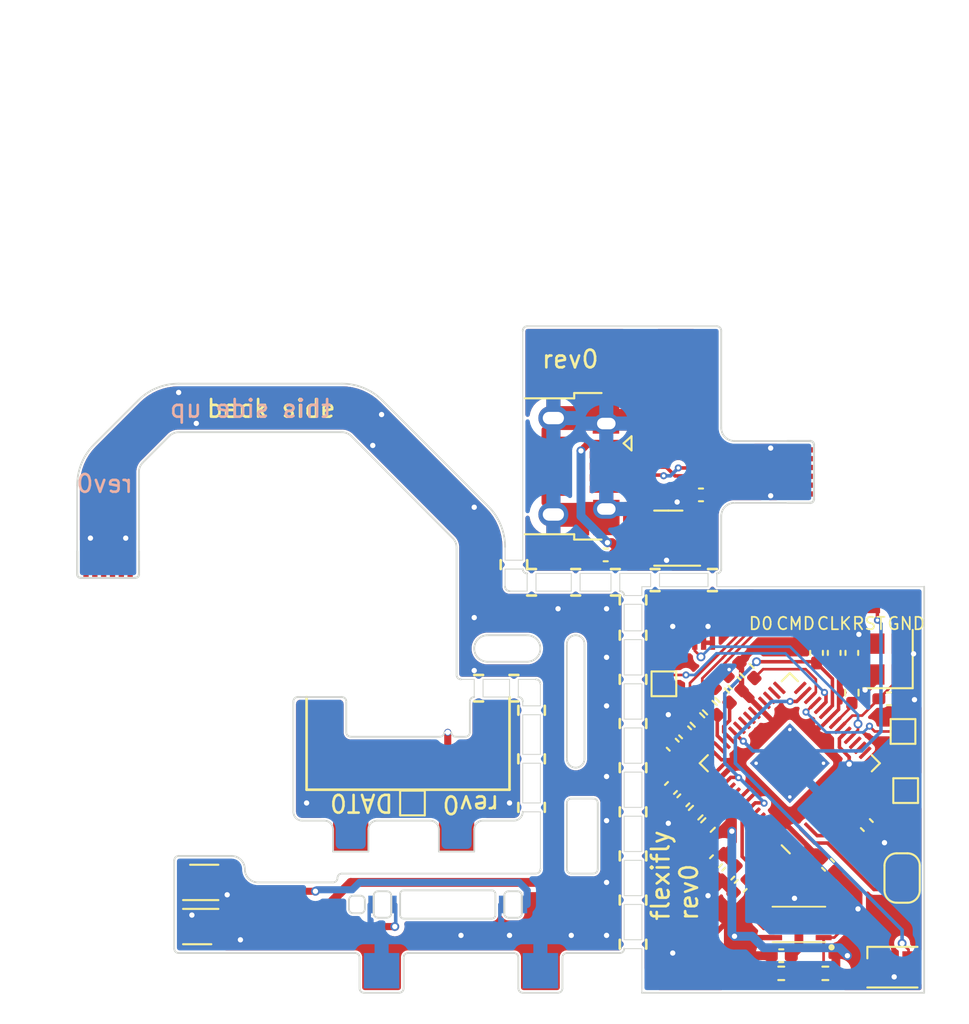
<source format=kicad_pcb>
(kicad_pcb (version 20221018) (generator pcbnew)

  (general
    (thickness 0.115)
  )

  (paper "A4")
  (layers
    (0 "F.Cu" signal)
    (31 "B.Cu" signal)
    (32 "B.Adhes" user "B.Adhesive")
    (33 "F.Adhes" user "F.Adhesive")
    (34 "B.Paste" user)
    (35 "F.Paste" user)
    (36 "B.SilkS" user "B.Silkscreen")
    (37 "F.SilkS" user "F.Silkscreen")
    (38 "B.Mask" user)
    (39 "F.Mask" user)
    (40 "Dwgs.User" user "User.Drawings")
    (41 "Cmts.User" user "User.Comments")
    (42 "Eco1.User" user "User.Eco1")
    (43 "Eco2.User" user "User.Eco2")
    (44 "Edge.Cuts" user)
    (45 "Margin" user)
    (46 "B.CrtYd" user "B.Courtyard")
    (47 "F.CrtYd" user "F.Courtyard")
    (48 "B.Fab" user)
    (49 "F.Fab" user)
    (50 "User.1" user)
    (51 "User.2" user)
    (52 "User.3" user)
    (53 "User.4" user)
    (54 "User.5" user)
    (55 "User.6" user)
    (56 "User.7" user)
    (57 "User.8" user)
    (58 "User.9" user)
  )

  (setup
    (stackup
      (layer "F.SilkS" (type "Top Silk Screen"))
      (layer "F.Paste" (type "Top Solder Paste"))
      (layer "F.Mask" (type "Top Solder Mask") (thickness 0.01))
      (layer "F.Cu" (type "copper") (thickness 0.035))
      (layer "dielectric 1" (type "core") (color "Polyimide") (thickness 0.025) (material "Polyimide") (epsilon_r 3.2) (loss_tangent 0.004))
      (layer "B.Cu" (type "copper") (thickness 0.035))
      (layer "B.Mask" (type "Bottom Solder Mask") (thickness 0.01))
      (layer "B.Paste" (type "Bottom Solder Paste"))
      (layer "B.SilkS" (type "Bottom Silk Screen"))
      (copper_finish "None")
      (dielectric_constraints no)
    )
    (pad_to_mask_clearance 0)
    (pcbplotparams
      (layerselection 0x00010fc_ffffffff)
      (plot_on_all_layers_selection 0x0000000_00000000)
      (disableapertmacros false)
      (usegerberextensions false)
      (usegerberattributes true)
      (usegerberadvancedattributes true)
      (creategerberjobfile true)
      (dashed_line_dash_ratio 12.000000)
      (dashed_line_gap_ratio 3.000000)
      (svgprecision 4)
      (plotframeref false)
      (viasonmask false)
      (mode 1)
      (useauxorigin false)
      (hpglpennumber 1)
      (hpglpenspeed 20)
      (hpglpendiameter 15.000000)
      (dxfpolygonmode true)
      (dxfimperialunits true)
      (dxfusepcbnewfont true)
      (psnegative false)
      (psa4output false)
      (plotreference true)
      (plotvalue true)
      (plotinvisibletext false)
      (sketchpadsonfab false)
      (subtractmaskfromsilk false)
      (outputformat 1)
      (mirror false)
      (drillshape 1)
      (scaleselection 1)
      (outputdirectory "")
    )
  )

  (net 0 "")
  (net 1 "+3V3")
  (net 2 "GND")
  (net 3 "/XIN")
  (net 4 "Net-(C3-Pad2)")
  (net 5 "+1V1")
  (net 6 "GND1")
  (net 7 "VBUS")
  (net 8 "unconnected-(D1-DOUT-Pad2)")
  (net 9 "/STATUS_LED")
  (net 10 "Net-(J6-Pin_3)")
  (net 11 "GND2")
  (net 12 "/QSPI_~{CS}")
  (net 13 "/~{USB_BOOT}")
  (net 14 "/XOUT")
  (net 15 "/USB_DP")
  (net 16 "/DP")
  (net 17 "/NX_CLK")
  (net 18 "Net-(U1-GPIO27_ADC1)")
  (net 19 "/NX_CMD")
  (net 20 "Net-(U1-GPIO28_ADC2)")
  (net 21 "/NX_D0")
  (net 22 "Net-(U1-GPIO29_ADC3)")
  (net 23 "/RP2040_~{USB_BOOT}")
  (net 24 "/TRAINING_RESET_A")
  (net 25 "/TRAINING_RESET_B")
  (net 26 "unconnected-(U1-GPIO2-Pad4)")
  (net 27 "unconnected-(U1-GPIO3-Pad5)")
  (net 28 "unconnected-(U1-GPIO4-Pad6)")
  (net 29 "unconnected-(U1-GPIO5-Pad7)")
  (net 30 "unconnected-(U1-GPIO6-Pad8)")
  (net 31 "unconnected-(U1-GPIO7-Pad9)")
  (net 32 "unconnected-(U1-GPIO8-Pad11)")
  (net 33 "unconnected-(U1-GPIO9-Pad12)")
  (net 34 "unconnected-(U1-GPIO10-Pad13)")
  (net 35 "unconnected-(U1-GPIO11-Pad14)")
  (net 36 "unconnected-(U1-GPIO12-Pad15)")
  (net 37 "unconnected-(U1-GPIO13-Pad16)")
  (net 38 "unconnected-(U1-GPIO14-Pad17)")
  (net 39 "/NX_CPU")
  (net 40 "/SWCLK")
  (net 41 "/SWD")
  (net 42 "/RUN")
  (net 43 "unconnected-(U1-GPIO17-Pad28)")
  (net 44 "unconnected-(U1-GPIO18-Pad29)")
  (net 45 "unconnected-(U1-GPIO19-Pad30)")
  (net 46 "unconnected-(U1-GPIO20-Pad31)")
  (net 47 "unconnected-(U1-GPIO21-Pad32)")
  (net 48 "unconnected-(U1-GPIO22-Pad34)")
  (net 49 "unconnected-(U1-GPIO23-Pad35)")
  (net 50 "unconnected-(U1-GPIO24-Pad36)")
  (net 51 "unconnected-(U1-GPIO25-Pad37)")
  (net 52 "/NX_RST")
  (net 53 "/QSPI_SD3")
  (net 54 "/QSPI_CLK")
  (net 55 "/QSPI_SD0")
  (net 56 "/QSPI_SD2")
  (net 57 "/QSPI_SD1")
  (net 58 "/D+")
  (net 59 "/D-")
  (net 60 "Net-(C16-Pad1)")
  (net 61 "Net-(C15-Pad1)")
  (net 62 "/DAT0")
  (net 63 "GND3")
  (net 64 "unconnected-(J3-ID-Pad4)")
  (net 65 "/USB_DN")
  (net 66 "/DN")

  (footprint "Resistor_SMD:R_0402_1005Metric_Pad0.72x0.64mm_HandSolder" (layer "F.Cu") (at 132 68 45))

  (footprint "TestPoint:TestPoint_Pad_1.0x1.0mm" (layer "F.Cu") (at 129.5 60))

  (footprint "Capacitor_SMD:C_0402_1005Metric_Pad0.74x0.62mm_HandSolder" (layer "F.Cu") (at 139.15 58.25 -90))

  (footprint "Jumper:SolderJumper-2_P1.3mm_Open_RoundedPad1.0x1.5mm" (layer "F.Cu") (at 143 71 -90))

  (footprint "TestPoint:TestPoint_Pad_1.0x1.0mm" (layer "F.Cu") (at 115.25 66.75 180))

  (footprint "TestPoint:TestPoint_Pad_1.0x1.0mm" (layer "F.Cu") (at 139.25 55.5))

  (footprint "Capacitor_SMD:C_0402_1005Metric_Pad0.74x0.62mm_HandSolder" (layer "F.Cu") (at 130.6 66.6 45))

  (footprint "Resistor_SMD:R_0402_1005Metric_Pad0.72x0.64mm_HandSolder" (layer "F.Cu") (at 140.15 60.5 -90))

  (footprint "Capacitor_SMD:C_0402_1005Metric_Pad0.74x0.62mm_HandSolder" (layer "F.Cu") (at 136.15 75.4))

  (footprint "Package_DFN_QFN:QFN-56-1EP_7x7mm_P0.4mm_EP3.2x3.2mm_ThermalVias" (layer "F.Cu") (at 136.634996 64.5 135))

  (footprint "flexifly:HCTL_HC-FPC-05-09-6RLTAG_1x06-1MP_P0.50mm_Horizontal" (layer "F.Cu") (at 131 77.2))

  (footprint "Capacitor_SMD:C_0402_1005Metric_Pad0.74x0.62mm_HandSolder" (layer "F.Cu") (at 142.25 60.85 180))

  (footprint "Resistor_SMD:R_0402_1005Metric_Pad0.72x0.64mm_HandSolder" (layer "F.Cu") (at 131.4 62.05 -45))

  (footprint "flexifly:SW_SPST_XKB_1187A-B-A-B" (layer "F.Cu") (at 130.05 43.5 90))

  (footprint "flexifly:HCTL_HC-FPC-05-09-6RLTAG_1x06-1MP_P0.50mm_Horizontal" (layer "F.Cu") (at 131 54.775 180))

  (footprint "TestPoint:TestPoint_Pad_1.0x1.0mm" (layer "F.Cu") (at 135.25 55.5))

  (footprint "Resistor_SMD:R_0402_1005Metric_Pad0.72x0.64mm_HandSolder" (layer "F.Cu") (at 134.2 59.25 -45))

  (footprint "Capacitor_SMD:C_0402_1005Metric_Pad0.74x0.62mm_HandSolder" (layer "F.Cu") (at 133.15 70.75 45))

  (footprint "Capacitor_SMD:C_0402_1005Metric_Pad0.74x0.62mm_HandSolder" (layer "F.Cu") (at 138.15 58.25 -90))

  (footprint "Capacitor_SMD:C_0402_1005Metric_Pad0.74x0.62mm_HandSolder" (layer "F.Cu") (at 132.45 70.05 45))

  (footprint "Crystal:Crystal_SMD_2520-4Pin_2.5x2.0mm" (layer "F.Cu") (at 142.2 58.6 90))

  (footprint "Capacitor_SMD:C_0402_1005Metric_Pad0.74x0.62mm_HandSolder" (layer "F.Cu") (at 130.7 62.75 -45))

  (footprint "TestPoint:TestPoint_Pad_1.0x1.0mm" (layer "F.Cu") (at 137.25 55.5))

  (footprint "LED_SMD:LED_WS2812B-2020_PLCC4_2.0x2.0mm" (layer "F.Cu") (at 142.45 76.05))

  (footprint "Capacitor_SMD:C_0402_1005Metric_Pad0.74x0.62mm_HandSolder" (layer "F.Cu") (at 126.2 52.7 180))

  (footprint "Capacitor_SMD:C_0402_1005Metric_Pad0.74x0.62mm_HandSolder" (layer "F.Cu") (at 133.85 71.45 45))

  (footprint "TestPoint:TestPoint_Pad_1.0x1.0mm" (layer "F.Cu") (at 141.25 55.5))

  (footprint "Connector_USB:USB_Micro-B_Amphenol_10103594-0001LF_Horizontal" (layer "F.Cu") (at 124.35 47.705 -90))

  (footprint "Resistor_SMD:R_0402_1005Metric_Pad0.72x0.64mm_HandSolder" (layer "F.Cu") (at 138.65 76.4 180))

  (footprint "flexifly:FPC_1x06_P0.50mm" (layer "F.Cu") (at 137.25 48 -90))

  (footprint "flexifly:W25QxxxxUXxx" (layer "F.Cu") (at 137.15 73.625))

  (footprint "Resistor_SMD:R_0402_1005Metric_Pad0.72x0.64mm_HandSolder" (layer "F.Cu") (at 136.15 76.4))

  (footprint "Capacitor_SMD:C_0402_1005Metric_Pad0.74x0.62mm_HandSolder" (layer "F.Cu") (at 133.5 59.95 -45))

  (footprint "TestPoint:TestPoint_Pad_2.0x2.0mm" (layer "F.Cu") (at 111.75 68.5 180))

  (footprint "flexifly:FPC_1x06_P0.50mm" (layer "F.Cu") (at 98 53.25 180))

  (footprint "flexifly:Conn_BGA_shim" (layer "F.Cu") (at 117.25 62.75 180))

  (footprint "Capacitor_SMD:C_0402_1005Metric_Pad0.74x0.62mm_HandSolder" (layer "F.Cu") (at 140.15 58.25 -90))

  (footprint "Resistor_SMD:R_0402_1005Metric_Pad0.72x0.64mm_HandSolder" (layer "F.Cu") (at 132.8 60.65 -45))

  (footprint "flexifly:MicroFET_2x2" (layer "F.Cu") (at 103.25 71.25 -90))

  (footprint "TestPoint:TestPoint_Pad_1.0x1.0mm" (layer "F.Cu") (at 143.2 66.05))

  (footprint "flexifly:MicroFET_2x2" (layer "F.Cu") (at 103.25 73.75 90))

  (footprint "Package_TO_SOT_SMD:SOT-23-3" (layer "F.Cu") (at 129.75 51.75 180))

  (footprint "Capacitor_SMD:C_0402_1005Metric_Pad0.74x0.62mm_HandSolder" (layer "F.Cu") (at 131.6 49.3))

  (footprint "TestPoint:TestPoint_Pad_2.0x2.0mm" (layer "F.Cu") (at 117.75 68.5 180))

  (footprint "Capacitor_SMD:C_0402_1005Metric_Pad0.74x0.62mm_HandSolder" (layer "F.Cu") (at 138.8 70.25 135))

  (footprint "Capacitor_SMD:C_0402_1005Metric_Pad0.74x0.62mm_HandSolder" (layer "F.Cu") (at 130 63.45 -45))

  (footprint "Resistor_SMD:R_0402_1005Metric_Pad0.72x0.64mm_HandSolder" (layer "F.Cu") (at 131.3 67.3 -135))

  (footprint "Capacitor_SMD:C_0402_1005Metric_Pad0.74x0.62mm_HandSolder" (layer "F.Cu") (at 141 68 135))

  (footprint "Capacitor_SMD:C_0402_1005Metric_Pad0.74x0.62mm_HandSolder" (layer "F.Cu") (at 129.9 65.9 -135))

  (footprint "TestPoint:TestPoint_Pad_1.0x1.0mm" (layer "F.Cu") (at 143.25 55.5))

  (footprint "Resistor_SMD:R_0402_1005Metric_Pad0.72x0.64mm_HandSolder" (layer "F.Cu") (at 132.1 61.35 -45))

  (footprint "TestPoint:TestPoint_Pad_1.0x1.0mm" (layer "F.Cu") (at 143.05 62.7))

  (footprint "flexifly:APU_package_cap_conn" (layer "B.Cu") (at 113.55 72.5 180))

  (footprint "flexifly:APU_package_cap_conn" (layer "B.Cu") (at 120.95 72.5 180))

  (footprint "TestPoint:TestPoint_Pad_2.0x2.0mm" (layer "B.Cu") (at 113.5 76.25 180))

  (footprint "TestPoint:TestPoint_Pad_2.0x2.0mm" (layer "B.Cu") (at 122.5 76.25 180))

  (gr_line (start 128.5 72) (end 128.5 72.5)
    (stroke (width 0.15) (type default)) (layer "F.SilkS") (tstamp 01ca5670-3119-42d0-af78-b1b448d3894c))
  (gr_line (start 121.25 64) (end 121.25 64.5)
    (stroke (width 0.15) (type default)) (layer "F.SilkS") (tstamp 098cdd2a-aebf-45bb-b1c6-f7cac99d4877))
  (gr_line (start 129.25 53.5) (end 128.75 53.5)
    (stroke (width 0.15) (type default)) (layer "F.SilkS") (tstamp 0f224885-f6a0-498d-88f9-56c6406b2034))
  (gr_line (start 120.75 59.5) (end 121.25 59.5)
    (stroke (width 0.15) (type default)) (layer "F.SilkS") (tstamp 104c9f4b-b1da-4830-a434-755b91b5c14e))
  (gr_line (start 121.25 66.75) (end 121.25 67.25)
    (stroke (width 0.15) (type default)) (layer "F.SilkS") (tstamp 13e58187-1d36-47dd-b0db-2d71bf849947))
  (gr_line (start 126.5 53.5) (end 127 53.5)
    (stroke (width 0.15) (type default)) (layer "F.SilkS") (tstamp 27928df7-c56f-49e5-ba96-9c636abf691d))
  (gr_line (start 121.25 61.25) (end 121.25 61.75)
    (stroke (width 0.15) (type default)) (layer "F.SilkS") (tstamp 321e5a9a-6258-46aa-a4c6-0b82c1e91037))
  (gr_line (start 121.75 53.5) (end 122.25 53.5)
    (stroke (width 0.15) (type default)) (layer "F.SilkS") (tstamp 339bf9d1-b913-496b-bf1c-981ae7cc62c5))
  (gr_line (start 128.5 69.5) (end 128.5 70)
    (stroke (width 0.15) (type default)) (layer "F.SilkS") (tstamp 34b20422-bc14-4a57-8e14-835fce2c1fa0))
  (gr_line (start 127 70) (end 127 69.5)
    (stroke (width 0.15) (type default)) (layer "F.SilkS") (tstamp 37f58952-719e-496a-b9b2-b222faa749a5))
  (gr_line (start 109.25 66) (end 109.25 60.75)
    (stroke (width 0.15) (type default)) (layer "F.SilkS") (tstamp 3d28965e-4e1d-46b5-a834-42c0f222314a))
  (gr_line (start 127 65) (end 127 64.5)
    (stroke (width 0.15) (type default)) (layer "F.SilkS") (tstamp 423d56d0-83f9-4941-b78c-9d0fe705b7e6))
  (gr_line (start 128.5 74.5) (end 128.5 75)
    (stroke (width 0.15) (type default)) (layer "F.SilkS") (tstamp 49adba9d-389c-4a68-baed-6159f6d41c24))
  (gr_line (start 127 75) (end 127 74.5)
    (stroke (width 0.15) (type default)) (layer "F.SilkS") (tstamp 4e9ee5d3-3428-47b3-a84f-03d0044a56f8))
  (gr_line (start 124.75 55) (end 124.25 55)
    (stroke (width 0.15) (type default)) (layer "F.SilkS") (tstamp 4f750e44-7689-4711-9b0e-9c18ac13e895))
  (gr_line (start 124.25 53.5) (end 124.75 53.5)
    (stroke (width 0.15) (type default)) (layer "F.SilkS") (tstamp 548d33e4-3cb7-4a84-8e9f-2d89d849e308))
  (gr_line (start 128.5 67) (end 128.5 67.5)
    (stroke (width 0.15) (type default)) (layer "F.SilkS") (tstamp 5f17a99a-955e-40a0-b6d1-f3d2edf0566a))
  (gr_line (start 128.5 62) (end 128.5 62.5)
    (stroke (width 0.15) (type default)) (layer "F.SilkS") (tstamp 6af144b3-eb09-497a-a86e-7f47f9fe5e9d))
  (gr_line (start 127 72.5) (end 127 72)
    (stroke (width 0.15) (type default)) (layer "F.SilkS") (tstamp 7851e222-53e4-46bc-86b7-bde5d76db19f))
  (gr_line (start 127 55.5) (end 127 55)
    (stroke (width 0.15) (type default)) (layer "F.SilkS") (tstamp 78b295c9-41a0-4ba5-b975-8e171ab68d0f))
  (gr_line (start 120.25 53.5) (end 120.25 53)
    (stroke (width 0.15) (type default)) (layer "F.SilkS") (tstamp 7b10d9e4-9c24-468e-8f25-10a6d8c3d8e4))
  (gr_line (start 127 62.5) (end 127 62)
    (stroke (width 0.15) (type default)) (layer "F.SilkS") (tstamp 86c4816c-cfa1-4e5d-8331-a6f57f57dfea))
  (gr_line (start 120.75 66) (end 120.75 60.75)
    (stroke (width 0.15) (type default)) (layer "F.SilkS") (tstamp 87ac6334-372a-41ac-b162-58177cdcdd92))
  (gr_line (start 127 57.5) (end 127 57)
    (stroke (width 0.15) (type default)) (layer "F.SilkS") (tstamp 8b772a4e-0dde-4750-95eb-367ad91811bb))
  (gr_line (start 122.75 64.5) (end 122.75 64)
    (stroke (width 0.15) (type default)) (layer "F.SilkS") (tstamp 8d2b351e-c137-4b5e-b0ee-83928756e796))
  (gr_line (start 132.5 54.75) (end 132 54.75)
    (stroke (width 0.15) (type default)) (layer "F.SilkS") (tstamp 8dd7fc6a-de16-432d-ac87-137bb2b53284))
  (gr_line (start 128.5 55) (end 128.5 55.5)
    (stroke (width 0.15) (type default)) (layer "F.SilkS") (tstamp 90d0abbd-24ac-4d3c-a3ad-24214dd3f9b0))
  (gr_line (start 122.25 55) (end 121.75 55)
    (stroke (width 0.15) (type default)) (layer "F.SilkS") (tstamp 9129cb84-70a0-4102-8afd-c239728ca794))
  (gr_line (start 127 55) (end 126.5 55)
    (stroke (width 0.15) (type default)) (layer "F.SilkS") (tstamp 91c38b9b-6bb3-401e-b823-4785a52dc968))
  (gr_line (start 128.75 54.75) (end 129.25 54.75)
    (stroke (width 0.15) (type default)) (layer "F.SilkS") (tstamp 96c6fd12-64c9-447b-ba30-a6d007a21626))
  (gr_line (start 109.25 66) (end 120.75 66)
    (stroke (width 0.15) (type default)) (layer "F.SilkS") (tstamp 9b68a507-8636-451f-b0b1-82f7d4851100))
  (gr_line (start 128.5 64.5) (end 128.5 65)
    (stroke (width 0.15) (type default)) (layer "F.SilkS") (tstamp 9ee80837-76e3-4b48-ae90-d077482a5b0f))
  (gr_line (start 122.75 67.25) (end 122.75 66.75)
    (stroke (width 0.15) (type default)) (layer "F.SilkS") (tstamp b271a6bb-aa3b-45a5-b88d-0b019d8c38b5))
  (gr_line (start 128.5 57) (end 128.5 57.5)
    (stroke (width 0.15) (type default)) (layer "F.SilkS") (tstamp bef338b3-7ab1-4763-ac30-ec9b9931f5c6))
  (gr_line (start 128.5 59.5) (end 128.5 60)
    (stroke (width 0.15) (type default)) (layer "F.SilkS") (tstamp c3e1be9f-7c4f-4ebb-88ca-50d92efbd881))
  (gr_line (start 127 67.5) (end 127 67)
    (stroke (width 0.15) (type default)) (layer "F.SilkS") (tstamp c633f3a4-6441-4eb3-bef8-51b735abeb64))
  (gr_line (start 119.25 59.5) (end 118.75 59.5)
    (stroke (width 0.15) (type default)) (layer "F.SilkS") (tstamp c6dfd707-1bd4-48dd-882a-f8d477aafccb))
  (gr_line (start 121.25 61) (end 120.75 61)
    (stroke (width 0.15) (type default)) (layer "F.SilkS") (tstamp db799b5a-c56f-4e7d-aefa-74cd70aaa3a9))
  (gr_line (start 127 60) (end 127 59.5)
    (stroke (width 0.15) (type default)) (layer "F.SilkS") (tstamp e41b272f-d7e8-4e80-972d-ca21ec6e515a))
  (gr_line (start 132 53.5) (end 132.5 53.5)
    (stroke (width 0.15) (type default)) (layer "F.SilkS") (tstamp e6f11716-4595-4fcc-91a4-6ba9623b16fb))
  (gr_line (start 121.75 53) (end 121.75 53.5)
    (stroke (width 0.15) (type default)) (layer "F.SilkS") (tstamp ead1b1e0-05d5-4a78-816c-a5c4bb8a6f84))
  (gr_line (start 122.75 61.25) (end 122.75 61.75)
    (stroke (width 0.15) (type default)) (layer "F.SilkS") (tstamp ee480e2d-f438-4e5a-a7b6-6bbd9f574c88))
  (gr_line (start 118.75 61) (end 119.25 61)
    (stroke (width 0.15) (type default)) (layer "F.SilkS") (tstamp f368eded-8684-4ee4-a000-03506ea1f2cf))
  (gr_arc (start 111.75 63) (mid 111.573223 62.926777) (end 111.5 62.75)
    (stroke (width 0.1) (type default)) (layer "Edge.Cuts") (tstamp 0450c630-7e8b-4563-a92f-67ce3de88645))
  (gr_line (start 96.25 48.75) (end 96.25 52.5)
    (stroke (width 0.1) (type default)) (layer "Edge.Cuts") (tstamp 0706455f-bcc3-4341-b919-64b258343c43))
  (gr_arc (start 111.65 72.25) (mid 111.723224 72.073224) (end 111.9 72)
    (stroke (width 0.1) (type default)) (layer "Edge.Cuts") (tstamp 07a79c7f-1e82-495c-bc8e-b9ba7dc96629))
  (gr_arc (start 109 67.75) (mid 108.646447 67.603553) (end 108.5 67.25)
    (stroke (width 0.1) (type default)) (layer "Edge.Cuts") (tstamp 0de68512-f206-4a80-a1c1-ee8f8be10ee5))
  (gr_line (start 127.25 74.5) (end 127.25 72.5)
    (stroke (width 0.05) (type default)) (layer "Edge.Cuts") (tstamp 0fa332a4-8ea7-41d0-b177-750ed55619a8))
  (gr_arc (start 120.7 73.25) (mid 120.523226 73.176775) (end 120.45 73)
    (stroke (width 0.1) (type default)) (layer "Edge.Cuts") (tstamp 1161110f-e1e2-41d0-bca4-3bc4b09218b9))
  (gr_line (start 121.75 39.75) (end 132.5 39.75)
    (stroke (width 0.1) (type default)) (layer "Edge.Cuts") (tstamp 123eb28a-6760-4732-b20e-48135a45c1a5))
  (gr_line (start 122.5 64) (end 121.5 64)
    (stroke (width 0.05) (type default)) (layer "Edge.Cuts") (tstamp 124c37ef-4837-4a50-9858-cb5710b4eecd))
  (gr_line (start 112.75 69.5) (end 112.75 68.25)
    (stroke (width 0.1) (type default)) (layer "Edge.Cuts") (tstamp 13525f8f-2edf-4a41-949a-7a1352a3f64e))
  (gr_line (start 114.75 77.25) (end 114.75 75.5)
    (stroke (width 0.1) (type default)) (layer "Edge.Cuts") (tstamp 13a5e42f-8741-41da-8d72-e2eb534042e5))
  (gr_line (start 121.75 53.75) (end 121.75 54.75)
    (stroke (width 0.05) (type default)) (layer "Edge.Cuts") (tstamp 158fa0c1-5a99-4569-8ff6-05e376023dc3))
  (gr_line (start 123.5 77.5) (end 121.5 77.5)
    (stroke (width 0.1) (type default)) (layer "Edge.Cuts") (tstamp 160a734c-c3bd-42b9-b5bb-39533678e3ce))
  (gr_li
... [400256 chars truncated]
</source>
